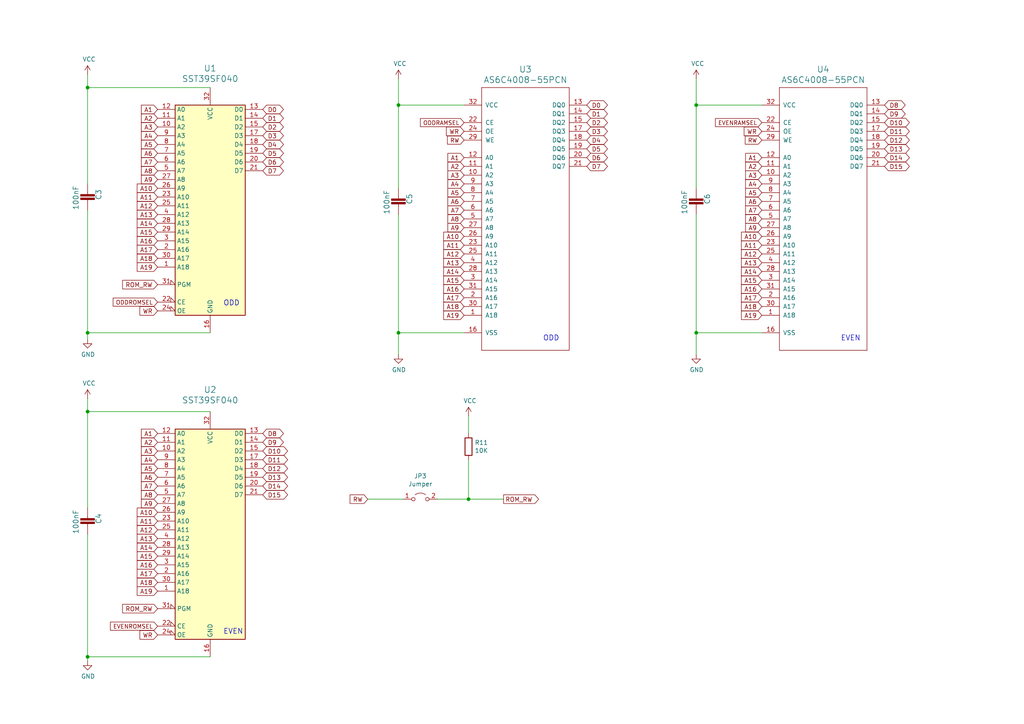
<source format=kicad_sch>
(kicad_sch (version 20231120) (generator "eeschema") (generator_version "8.0")
  (paper "A4")
  (title_block (title "ROSCO_M68K CLASSIC MC68030 EDITION") (date "2024-03-17") (rev "2.10") (company "The Really Old-School Company Limited") (comment 1 "OSHWA UK000006 (https://certification.oshwa.org/uk000006.html)") (comment 2 "See https://github.com/roscopeco/rosco_m68k/blob/master/LICENCE.hardware.txt") (comment 3 "Open Source Hardware licenced under CERN Open Hardware Licence") (comment 4 "Copyright 2019-2024 Ross Bamford and Contributors"))
  (lib_symbols
    (symbol "Device:R" (pin_numbers hide) (pin_names (offset 0))
      (property "Reference" "R" (at 2.032 0 90))
      (property "Value" "R" (at 0 0 90))
      (symbol "R_0_1"
        (rectangle (start -1.016 -2.54) (end 1.016 2.54) (stroke (width 0.254)))
      )
      (symbol "R_1_1"
        (pin passive line (at 0 3.81 270) (length 1.27) (name "~") (number "1"))
        (pin passive line (at 0 -3.81 90) (length 1.27) (name "~") (number "2"))
      )
    )
    (symbol "Jumper:Jumper_2_Open" (pin_names (offset 0) hide)
      (property "Reference" "JP" (at 0 2.794 0))
      (property "Value" "Jumper_2_Open" (at 0 -2.286 0))
      (symbol "Jumper_2_Open_0_0"
        (circle (center -2.032 0) (radius 0.508))
        (circle (center 2.032 0) (radius 0.508))
      )
      (symbol "Jumper_2_Open_0_1"
        (arc (start 1.524 1.27) (mid 0 1.778) (end -1.524 1.27))
      )
      (symbol "Jumper_2_Open_1_1"
        (pin passive line (at -5.08 0 0) (length 2.54) (name "A") (number "1"))
        (pin passive line (at 5.08 0 180) (length 2.54) (name "B") (number "2"))
      )
    )
    (symbol "Memory_Flash:SST39SF040"
      (property "Reference" "U" (at 2.54 33.02 0))
      (property "Value" "SST39SF040" (at 0 -30.48 0))
      (symbol "SST39SF040_0_0"
        (pin power_in line (at 0 -34.29 90) (length 5.08) (name "GND") (number "16"))
        (pin power_in line (at 0 36.83 270) (length 5.08) (name "VCC") (number "32"))
      )
      (symbol "SST39SF040_0_1"
        (rectangle (start -10.16 31.75) (end 10.16 -29.21) (stroke (width 0.254)) (fill (type background)))
      )
      (symbol "SST39SF040_1_1"
        (pin input line (at -15.24 -15.24 0) (length 5.08) (name "A18") (number "1"))
        (pin input line (at -15.24 25.4 0) (length 5.08) (name "A2") (number "10"))
        (pin input line (at -15.24 27.94 0) (length 5.08) (name "A1") (number "11"))
        (pin input line (at -15.24 30.48 0) (length 5.08) (name "A0") (number "12"))
        (pin tri_state line (at 15.24 30.48 180) (length 5.08) (name "D0") (number "13"))
        (pin tri_state line (at 15.24 27.94 180) (length 5.08) (name "D1") (number "14"))
        (pin tri_state line (at 15.24 25.4 180) (length 5.08) (name "D2") (number "15"))
        (pin tri_state line (at 15.24 22.86 180) (length 5.08) (name "D3") (number "17"))
        (pin tri_state line (at 15.24 20.32 180) (length 5.08) (name "D4") (number "18"))
        (pin tri_state line (at 15.24 17.78 180) (length 5.08) (name "D5") (number "19"))
        (pin input line (at -15.24 -10.16 0) (length 5.08) (name "A16") (number "2"))
        (pin tri_state line (at 15.24 15.24 180) (length 5.08) (name "D6") (number "20"))
        (pin tri_state line (at 15.24 12.7 180) (length 5.08) (name "D7") (number "21"))
        (pin input input_low (at -15.24 -25.4 0) (length 5.08) (name "CE") (number "22"))
        (pin input line (at -15.24 5.08 0) (length 5.08) (name "A10") (number "23"))
        (pin input input_low (at -15.24 -27.94 0) (length 5.08) (name "OE") (number "24"))
        (pin input line (at -15.24 2.54 0) (length 5.08) (name "A11") (number "25"))
        (pin input line (at -15.24 7.62 0) (length 5.08) (name "A9") (number "26"))
        (pin input line (at -15.24 10.16 0) (length 5.08) (name "A8") (number "27"))
        (pin input line (at -15.24 -2.54 0) (length 5.08) (name "A13") (number "28"))
        (pin input line (at -15.24 -5.08 0) (length 5.08) (name "A14") (number "29"))
        (pin input line (at -15.24 -7.62 0) (length 5.08) (name "A15") (number "3"))
        (pin input line (at -15.24 -12.7 0) (length 5.08) (name "A17") (number "30"))
        (pin input input_low (at -15.24 -20.32 0) (length 5.08) (name "PGM") (number "31"))
        (pin input line (at -15.24 0 0) (length 5.08) (name "A12") (number "4"))
        (pin input line (at -15.24 12.7 0) (length 5.08) (name "A7") (number "5"))
        (pin input line (at -15.24 15.24 0) (length 5.08) (name "A6") (number "6"))
        (pin input line (at -15.24 17.78 0) (length 5.08) (name "A5") (number "7"))
        (pin input line (at -15.24 20.32 0) (length 5.08) (name "A4") (number "8"))
        (pin input line (at -15.24 22.86 0) (length 5.08) (name "A3") (number "9"))
      )
    )
    (symbol "power:GND" (power) (pin_names (offset 0))
      (property "Value" "GND" (at 0 -3.81 0))
      (symbol "GND_0_1"
        (polyline (pts (xy 0 0) (xy 0 -1.27) (xy 1.27 -1.27) (xy 0 -2.54) (xy -1.27 -1.27) (xy 0 -1.27)))
      )
      (symbol "GND_1_1"
        (pin power_in line (at 0 0 270) (length 0) hide (name "GND") (number "1"))
      )
    )
    (symbol "power:VCC" (power) (pin_names (offset 0))
      (property "Value" "VCC" (at 0 3.81 0))
      (symbol "VCC_0_1"
        (polyline (pts (xy -0.762 1.27) (xy 0 2.54)))
        (polyline (pts (xy 0 0) (xy 0 2.54)))
        (polyline (pts (xy 0 2.54) (xy 0.762 1.27)))
      )
      (symbol "VCC_1_1"
        (pin power_in line (at 0 0 90) (length 0) hide (name "VCC") (number "1"))
      )
    )
    (symbol "rosco_m68k-eagle-import:AS6C4008-55PCN" (pin_names (offset 1.016))
      (property "Reference" "U" (at -4.7244 37.8714 0))
      (property "Value" "AS6C4008-55PCN" (at -7.3914 -43.688 0))
      (symbol "AS6C4008-55PCN_1_0"
        (polyline (pts (xy -12.7 -40.64) (xy 12.7 -40.64)))
        (polyline (pts (xy -12.7 35.56) (xy -12.7 -40.64)))
        (polyline (pts (xy 12.7 -40.64) (xy 12.7 35.56)))
        (polyline (pts (xy 12.7 35.56) (xy -12.7 35.56)))
        (pin input line (at -17.78 -30.48 0) (length 5.08) (name "A18") (number "1"))
        (pin input line (at -17.78 10.16 0) (length 5.08) (name "A2") (number "10"))
        (pin input line (at -17.78 12.7 0) (length 5.08) (name "A1") (number "11"))
        (pin input line (at -17.78 15.24 0) (length 5.08) (name "A0") (number "12"))
        (pin bidirectional line (at 17.78 30.48 180) (length 5.08) (name "DQ0") (number "13"))
        (pin bidirectional line (at 17.78 27.94 180) (length 5.08) (name "DQ1") (number "14"))
        (pin bidirectional line (at 17.78 25.4 180) (length 5.08) (name "DQ2") (number "15"))
        (pin power_in line (at -17.78 -35.56 0) (length 5.08) (name "VSS") (number "16"))
        (pin bidirectional line (at 17.78 22.86 180) (length 5.08) (name "DQ3") (number "17"))
        (pin bidirectional line (at 17.78 20.32 180) (length 5.08) (name "DQ4") (number "18"))
        (pin bidirectional line (at 17.78 17.78 180) (length 5.08) (name "DQ5") (number "19"))
        (pin input line (at -17.78 -25.4 0) (length 5.08) (name "A16") (number "2"))
        (pin bidirectional line (at 17.78 15.24 180) (length 5.08) (name "DQ6") (number "20"))
        (pin bidirectional line (at 17.78 12.7 180) (length 5.08) (name "DQ7") (number "21"))
        (pin input line (at -17.78 25.4 0) (length 5.08) (name "CE") (number "22"))
        (pin input line (at -17.78 -10.16 0) (length 5.08) (name "A10") (number "23"))
        (pin input line (at -17.78 22.86 0) (length 5.08) (name "OE") (number "24"))
        (pin input line (at -17.78 -12.7 0) (length 5.08) (name "A11") (number "25"))
        (pin input line (at -17.78 -7.62 0) (length 5.08) (name "A9") (number "26"))
        (pin input line (at -17.78 -5.08 0) (length 5.08) (name "A8") (number "27"))
        (pin input line (at -17.78 -17.78 0) (length 5.08) (name "A13") (number "28"))
        (pin input line (at -17.78 20.32 0) (length 5.08) (name "WE") (number "29"))
        (pin input line (at -17.78 -20.32 0) (length 5.08) (name "A14") (number "3"))
        (pin input line (at -17.78 -27.94 0) (length 5.08) (name "A17") (number "30"))
        (pin input line (at -17.78 -22.86 0) (length 5.08) (name "A15") (number "31"))
        (pin power_in line (at -17.78 30.48 0) (length 5.08) (name "VCC") (number "32"))
        (pin input line (at -17.78 -15.24 0) (length 5.08) (name "A12") (number "4"))
        (pin input line (at -17.78 -2.54 0) (length 5.08) (name "A7") (number "5"))
        (pin input line (at -17.78 0 0) (length 5.08) (name "A6") (number "6"))
        (pin input line (at -17.78 2.54 0) (length 5.08) (name "A5") (number "7"))
        (pin input line (at -17.78 5.08 0) (length 5.08) (name "A4") (number "8"))
        (pin input line (at -17.78 7.62 0) (length 5.08) (name "A3") (number "9"))
      )
    )
    (symbol "rosco_m68k-eagle-import:C2,5-3" (pin_names (offset 1.016))
      (property "Reference" "C" (at 1.524 0.381 0))
      (property "Value" "C2,5-3" (at 1.524 -4.699 0))
      (symbol "C2,5-3_1_0"
        (rectangle (start -2.032 -2.032) (end 2.032 -1.524) (fill (type outline)))
        (rectangle (start -2.032 -1.016) (end 2.032 -0.508) (fill (type outline)))
        (polyline (pts (xy 0 -2.54) (xy 0 -2.032)))
        (polyline (pts (xy 0 0) (xy 0 -0.508)))
        (pin passive line (at 0 2.54 270) (length 2.54) (name "1") (number "1"))
        (pin passive line (at 0 -5.08 90) (length 2.54) (name "2") (number "2"))
      )
    )
  )
  (junction (at 115.57 30.48))
  (junction (at 201.93 30.48))
  (junction (at 25.4 119.38))
  (junction (at 25.4 190.5))
  (junction (at 25.4 96.52))
  (junction (at 115.57 96.52))
  (junction (at 135.89 144.78))
  (junction (at 201.93 96.52))
  (junction (at 25.4 25.4))
  (wire (pts (xy 220.98 96.52) (xy 201.93 96.52)))
  (wire (pts (xy 25.4 25.4) (xy 60.96 25.4)))
  (wire (pts (xy 60.96 96.52) (xy 25.4 96.52)))
  (wire (pts (xy 135.89 144.78) (xy 146.05 144.78)))
  (wire (pts (xy 60.96 190.5) (xy 25.4 190.5)))
  (wire (pts (xy 25.4 154.94) (xy 25.4 190.5)))
  (wire (pts (xy 115.57 22.86) (xy 115.57 30.48)))
  (wire (pts (xy 135.89 120.65) (xy 135.89 125.73)))
  (wire (pts (xy 25.4 25.4) (xy 25.4 53.34)))
  (wire (pts (xy 115.57 30.48) (xy 115.57 54.61)))
  (wire (pts (xy 201.93 22.86) (xy 201.93 30.48)))
  (wire (pts (xy 25.4 119.38) (xy 25.4 147.32)))
  (wire (pts (xy 115.57 62.23) (xy 115.57 96.52)))
  (wire (pts (xy 134.62 96.52) (xy 115.57 96.52)))
  (wire (pts (xy 127 144.78) (xy 135.89 144.78)))
  (wire (pts (xy 25.4 96.52) (xy 25.4 98.425)))
  (wire (pts (xy 25.4 190.5) (xy 25.4 191.77)))
  (wire (pts (xy 134.62 30.48) (xy 115.57 30.48)))
  (wire (pts (xy 201.93 30.48) (xy 201.93 54.61)))
  (wire (pts (xy 25.4 60.96) (xy 25.4 96.52)))
  (wire (pts (xy 135.89 133.35) (xy 135.89 144.78)))
  (wire (pts (xy 201.93 62.23) (xy 201.93 96.52)))
  (wire (pts (xy 106.68 144.78) (xy 116.84 144.78)))
  (wire (pts (xy 25.4 119.38) (xy 60.96 119.38)))
  (wire (pts (xy 25.4 115.57) (xy 25.4 119.38)))
  (wire (pts (xy 220.98 30.48) (xy 201.93 30.48)))
  (wire (pts (xy 201.93 96.52) (xy 201.93 102.87)))
  (wire (pts (xy 25.4 21.59) (xy 25.4 25.4)))
  (wire (pts (xy 115.57 96.52) (xy 115.57 102.87)))
  (text "EVEN" (at 64.77 184.15 0) (effects (font (size 1.4986 1.4986)) (justify left bottom)))
  (text "ODD" (at 64.77 88.9 0) (effects (font (size 1.4986 1.4986)) (justify left bottom)))
  (text "EVEN" (at 243.84 99.06 0) (effects (font (size 1.4986 1.4986)) (justify left bottom)))
  (text "ODD" (at 157.48 99.06 0) (effects (font (size 1.4986 1.4986)) (justify left bottom)))
  (global_label "A5" (shape input) (at 220.98 55.88 180) (property "Intersheetrefs" "${INTERSHEET_REFS}" (effects (hide yes))))
  (global_label "D15" (shape bidirectional) (at 256.54 48.26 0) (property "Intersheetrefs" "${INTERSHEET_REFS}" (effects (hide yes))))
  (global_label "A18" (shape input) (at 45.72 168.91 180) (property "Intersheetrefs" "${INTERSHEET_REFS}" (effects (hide yes))))
  (global_label "A3" (shape input) (at 220.98 50.8 180) (property "Intersheetrefs" "${INTERSHEET_REFS}" (effects (hide yes))))
  (global_label "A15" (shape input) (at 220.98 81.28 180) (property "Intersheetrefs" "${INTERSHEET_REFS}" (effects (hide yes))))
  (global_label "A1" (shape input) (at 45.72 31.75 180) (property "Intersheetrefs" "${INTERSHEET_REFS}" (effects (hide yes))))
  (global_label "D15" (shape bidirectional) (at 76.2 143.51 0) (property "Intersheetrefs" "${INTERSHEET_REFS}" (effects (hide yes))))
  (global_label "A18" (shape input) (at 45.72 74.93 180) (property "Intersheetrefs" "${INTERSHEET_REFS}" (effects (hide yes))))
  (global_label "D14" (shape bidirectional) (at 256.54 45.72 0) (property "Intersheetrefs" "${INTERSHEET_REFS}" (effects (hide yes))))
  (global_label "A17" (shape input) (at 220.98 86.36 180) (property "Intersheetrefs" "${INTERSHEET_REFS}" (effects (hide yes))))
  (global_label "A19" (shape input) (at 220.98 91.44 180) (property "Intersheetrefs" "${INTERSHEET_REFS}" (effects (hide yes))))
  (global_label "A8" (shape input) (at 45.72 49.53 180) (property "Intersheetrefs" "${INTERSHEET_REFS}" (effects (hide yes))))
  (global_label "A6" (shape input) (at 45.72 138.43 180) (property "Intersheetrefs" "${INTERSHEET_REFS}" (effects (hide yes))))
  (global_label "D8" (shape bidirectional) (at 256.54 30.48 0) (property "Intersheetrefs" "${INTERSHEET_REFS}" (effects (hide yes))))
  (global_label "A4" (shape input) (at 45.72 133.35 180) (property "Intersheetrefs" "${INTERSHEET_REFS}" (effects (hide yes))))
  (global_label "D2" (shape bidirectional) (at 76.2 36.83 0) (property "Intersheetrefs" "${INTERSHEET_REFS}" (effects (hide yes))))
  (global_label "ROM_RW" (shape input) (at 45.72 82.55 180) (property "Intersheetrefs" "${INTERSHEET_REFS}" (effects (hide yes))))
  (global_label "A19" (shape input) (at 45.72 171.45 180) (property "Intersheetrefs" "${INTERSHEET_REFS}" (effects (hide yes))))
  (global_label "EVENROMSEL" (shape input) (at 45.72 181.61 180) (effects (font (size 1.1938 1.1938))) (property "Intersheetrefs" "${INTERSHEET_REFS}" (effects (hide yes))))
  (global_label "D2" (shape bidirectional) (at 170.18 35.56 0) (property "Intersheetrefs" "${INTERSHEET_REFS}" (effects (hide yes))))
  (global_label "A2" (shape input) (at 45.72 128.27 180) (property "Intersheetrefs" "${INTERSHEET_REFS}" (effects (hide yes))))
  (global_label "A11" (shape input) (at 220.98 71.12 180) (property "Intersheetrefs" "${INTERSHEET_REFS}" (effects (hide yes))))
  (global_label "ODDROMSEL" (shape input) (at 45.72 87.63 180) (effects (font (size 1.1938 1.1938))) (property "Intersheetrefs" "${INTERSHEET_REFS}" (effects (hide yes))))
  (global_label "A14" (shape input) (at 134.62 78.74 180) (property "Intersheetrefs" "${INTERSHEET_REFS}" (effects (hide yes))))
  (global_label "A13" (shape input) (at 45.72 156.21 180) (property "Intersheetrefs" "${INTERSHEET_REFS}" (effects (hide yes))))
  (global_label "D4" (shape bidirectional) (at 170.18 40.64 0) (property "Intersheetrefs" "${INTERSHEET_REFS}" (effects (hide yes))))
  (global_label "D9" (shape bidirectional) (at 256.54 33.02 0) (property "Intersheetrefs" "${INTERSHEET_REFS}" (effects (hide yes))))
  (global_label "RW" (shape input) (at 106.68 144.78 180) (property "Intersheetrefs" "${INTERSHEET_REFS}" (effects (hide yes))))
  (global_label "A12" (shape input) (at 220.98 73.66 180) (property "Intersheetrefs" "${INTERSHEET_REFS}" (effects (hide yes))))
  (global_label "D5" (shape bidirectional) (at 76.2 44.45 0) (property "Intersheetrefs" "${INTERSHEET_REFS}" (effects (hide yes))))
  (global_label "D0" (shape bidirectional) (at 170.18 30.48 0) (property "Intersheetrefs" "${INTERSHEET_REFS}" (effects (hide yes))))
  (global_label "A14" (shape input) (at 220.98 78.74 180) (property "Intersheetrefs" "${INTERSHEET_REFS}" (effects (hide yes))))
  (global_label "A5" (shape input) (at 134.62 55.88 180) (property "Intersheetrefs" "${INTERSHEET_REFS}" (effects (hide yes))))
  (global_label "ODDRAMSEL" (shape input) (at 134.62 35.56 180) (effects (font (size 1.1938 1.1938))) (property "Intersheetrefs" "${INTERSHEET_REFS}" (effects (hide yes))))
  (global_label "A17" (shape input) (at 45.72 72.39 180) (property "Intersheetrefs" "${INTERSHEET_REFS}" (effects (hide yes))))
  (global_label "D12" (shape bidirectional) (at 76.2 135.89 0) (property "Intersheetrefs" "${INTERSHEET_REFS}" (effects (hide yes))))
  (global_label "A15" (shape input) (at 45.72 161.29 180) (property "Intersheetrefs" "${INTERSHEET_REFS}" (effects (hide yes))))
  (global_label "D11" (shape bidirectional) (at 256.54 38.1 0) (property "Intersheetrefs" "${INTERSHEET_REFS}" (effects (hide yes))))
  (global_label "D3" (shape bidirectional) (at 170.18 38.1 0) (property "Intersheetrefs" "${INTERSHEET_REFS}" (effects (hide yes))))
  (global_label "A7" (shape input) (at 45.72 140.97 180) (property "Intersheetrefs" "${INTERSHEET_REFS}" (effects (hide yes))))
  (global_label "A1" (shape input) (at 220.98 45.72 180) (property "Intersheetrefs" "${INTERSHEET_REFS}" (effects (hide yes))))
  (global_label "A2" (shape input) (at 134.62 48.26 180) (property "Intersheetrefs" "${INTERSHEET_REFS}" (effects (hide yes))))
  (global_label "A18" (shape input) (at 220.98 88.9 180) (property "Intersheetrefs" "${INTERSHEET_REFS}" (effects (hide yes))))
  (global_label "A14" (shape input) (at 45.72 64.77 180) (property "Intersheetrefs" "${INTERSHEET_REFS}" (effects (hide yes))))
  (global_label "A2" (shape input) (at 45.72 34.29 180) (property "Intersheetrefs" "${INTERSHEET_REFS}" (effects (hide yes))))
  (global_label "A15" (shape input) (at 45.72 67.31 180) (property "Intersheetrefs" "${INTERSHEET_REFS}" (effects (hide yes))))
  (global_label "RW" (shape input) (at 220.98 40.64 180) (effects (font (size 1.1938 1.1938))) (property "Intersheetrefs" "${INTERSHEET_REFS}" (effects (hide yes))))
  (global_label "A6" (shape input) (at 220.98 58.42 180) (property "Intersheetrefs" "${INTERSHEET_REFS}" (effects (hide yes))))
  (global_label "A6" (shape input) (at 134.62 58.42 180) (property "Intersheetrefs" "${INTERSHEET_REFS}" (effects (hide yes))))
  (global_label "A13" (shape input) (at 45.72 62.23 180) (property "Intersheetrefs" "${INTERSHEET_REFS}" (effects (hide yes))))
  (global_label "A4" (shape input) (at 220.98 53.34 180) (property "Intersheetrefs" "${INTERSHEET_REFS}" (effects (hide yes))))
  (global_label "A10" (shape input) (at 45.72 54.61 180) (property "Intersheetrefs" "${INTERSHEET_REFS}" (effects (hide yes))))
  (global_label "A2" (shape input) (at 220.98 48.26 180) (property "Intersheetrefs" "${INTERSHEET_REFS}" (effects (hide yes))))
  (global_label "A14" (shape input) (at 45.72 158.75 180) (property "Intersheetrefs" "${INTERSHEET_REFS}" (effects (hide yes))))
  (global_label "A1" (shape input) (at 134.62 45.72 180) (property "Intersheetrefs" "${INTERSHEET_REFS}" (effects (hide yes))))
  (global_label "D3" (shape bidirectional) (at 76.2 39.37 0) (property "Intersheetrefs" "${INTERSHEET_REFS}" (effects (hide yes))))
  (global_label "ROM_RW" (shape input) (at 45.72 176.53 180) (property "Intersheetrefs" "${INTERSHEET_REFS}" (effects (hide yes))))
  (global_label "A19" (shape input) (at 45.72 77.47 180) (property "Intersheetrefs" "${INTERSHEET_REFS}" (effects (hide yes))))
  (global_label "D9" (shape bidirectional) (at 76.2 128.27 0) (property "Intersheetrefs" "${INTERSHEET_REFS}" (effects (hide yes))))
  (global_label "A17" (shape input) (at 45.72 166.37 180) (property "Intersheetrefs" "${INTERSHEET_REFS}" (effects (hide yes))))
  (global_label "D11" (shape bidirectional) (at 76.2 133.35 0) (property "Intersheetrefs" "${INTERSHEET_REFS}" (effects (hide yes))))
  (global_label "A11" (shape input) (at 45.72 151.13 180) (property "Intersheetrefs" "${INTERSHEET_REFS}" (effects (hide yes))))
  (global_label "A11" (shape input) (at 134.62 71.12 180) (property "Intersheetrefs" "${INTERSHEET_REFS}" (effects (hide yes))))
  (global_label "A7" (shape input) (at 45.72 46.99 180) (property "Intersheetrefs" "${INTERSHEET_REFS}" (effects (hide yes))))
  (global_label "A5" (shape input) (at 45.72 135.89 180) (property "Intersheetrefs" "${INTERSHEET_REFS}" (effects (hide yes))))
  (global_label "A7" (shape input) (at 134.62 60.96 180) (property "Intersheetrefs" "${INTERSHEET_REFS}" (effects (hide yes))))
  (global_label "D5" (shape bidirectional) (at 170.18 43.18 0) (property "Intersheetrefs" "${INTERSHEET_REFS}" (effects (hide yes))))
  (global_label "WR" (shape input) (at 134.62 38.1 180) (property "Intersheetrefs" "${INTERSHEET_REFS}" (effects (hide yes))))
  (global_label "D6" (shape bidirectional) (at 76.2 46.99 0) (property "Intersheetrefs" "${INTERSHEET_REFS}" (effects (hide yes))))
  (global_label "D1" (shape bidirectional) (at 76.2 34.29 0) (property "Intersheetrefs" "${INTERSHEET_REFS}" (effects (hide yes))))
  (global_label "A9" (shape input) (at 134.62 66.04 180) (property "Intersheetrefs" "${INTERSHEET_REFS}" (effects (hide yes))))
  (global_label "A16" (shape input) (at 45.72 69.85 180) (property "Intersheetrefs" "${INTERSHEET_REFS}" (effects (hide yes))))
  (global_label "A16" (shape input) (at 45.72 163.83 180) (property "Intersheetrefs" "${INTERSHEET_REFS}" (effects (hide yes))))
  (global_label "A9" (shape input) (at 45.72 52.07 180) (property "Intersheetrefs" "${INTERSHEET_REFS}" (effects (hide yes))))
  (global_label "D4" (shape bidirectional) (at 76.2 41.91 0) (property "Intersheetrefs" "${INTERSHEET_REFS}" (effects (hide yes))))
  (global_label "A9" (shape input) (at 220.98 66.04 180) (property "Intersheetrefs" "${INTERSHEET_REFS}" (effects (hide yes))))
  (global_label "A19" (shape input) (at 134.62 91.44 180) (property "Intersheetrefs" "${INTERSHEET_REFS}" (effects (hide yes))))
  (global_label "A10" (shape input) (at 134.62 68.58 180) (property "Intersheetrefs" "${INTERSHEET_REFS}" (effects (hide yes))))
  (global_label "A12" (shape input) (at 45.72 59.69 180) (property "Intersheetrefs" "${INTERSHEET_REFS}" (effects (hide yes))))
  (global_label "A10" (shape input) (at 220.98 68.58 180) (property "Intersheetrefs" "${INTERSHEET_REFS}" (effects (hide yes))))
  (global_label "A18" (shape input) (at 134.62 88.9 180) (property "Intersheetrefs" "${INTERSHEET_REFS}" (effects (hide yes))))
  (global_label "EVENRAMSEL" (shape input) (at 220.98 35.56 180) (effects (font (size 1.1938 1.1938))) (property "Intersheetrefs" "${INTERSHEET_REFS}" (effects (hide yes))))
  (global_label "A3" (shape input) (at 134.62 50.8 180) (property "Intersheetrefs" "${INTERSHEET_REFS}" (effects (hide yes))))
  (global_label "D8" (shape bidirectional) (at 76.2 125.73 0) (property "Intersheetrefs" "${INTERSHEET_REFS}" (effects (hide yes))))
  (global_label "A1" (shape input) (at 45.72 125.73 180) (property "Intersheetrefs" "${INTERSHEET_REFS}" (effects (hide yes))))
  (global_label "A6" (shape input) (at 45.72 44.45 180) (property "Intersheetrefs" "${INTERSHEET_REFS}" (effects (hide yes))))
  (global_label "WR" (shape input) (at 220.98 38.1 180) (property "Intersheetrefs" "${INTERSHEET_REFS}" (effects (hide yes))))
  (global_label "WR" (shape input) (at 45.72 90.17 180) (property "Intersheetrefs" "${INTERSHEET_REFS}" (effects (hide yes))))
  (global_label "D7" (shape bidirectional) (at 170.18 48.26 0) (property "Intersheetrefs" "${INTERSHEET_REFS}" (effects (hide yes))))
  (global_label "A12" (shape input) (at 134.62 73.66 180) (property "Intersheetrefs" "${INTERSHEET_REFS}" (effects (hide yes))))
  (global_label "A4" (shape input) (at 134.62 53.34 180) (property "Intersheetrefs" "${INTERSHEET_REFS}" (effects (hide yes))))
  (global_label "D12" (shape bidirectional) (at 256.54 40.64 0) (property "Intersheetrefs" "${INTERSHEET_REFS}" (effects (hide yes))))
  (global_label "A3" (shape input) (at 45.72 36.83 180) (property "Intersheetrefs" "${INTERSHEET_REFS}" (effects (hide yes))))
  (global_label "A7" (shape input) (at 220.98 60.96 180) (property "Intersheetrefs" "${INTERSHEET_REFS}" (effects (hide yes))))
  (global_label "A13" (shape input) (at 134.62 76.2 180) (property "Intersheetrefs" "${INTERSHEET_REFS}" (effects (hide yes))))
  (global_label "A8" (shape input) (at 45.72 143.51 180) (property "Intersheetrefs" "${INTERSHEET_REFS}" (effects (hide yes))))
  (global_label "A8" (shape input) (at 134.62 63.5 180) (property "Intersheetrefs" "${INTERSHEET_REFS}" (effects (hide yes))))
  (global_label "A13" (shape input) (at 220.98 76.2 180) (property "Intersheetrefs" "${INTERSHEET_REFS}" (effects (hide yes))))
  (global_label "D0" (shape bidirectional) (at 76.2 31.75 0) (property "Intersheetrefs" "${INTERSHEET_REFS}" (effects (hide yes))))
  (global_label "A17" (shape input) (at 134.62 86.36 180) (property "Intersheetrefs" "${INTERSHEET_REFS}" (effects (hide yes))))
  (global_label "A9" (shape input) (at 45.72 146.05 180) (property "Intersheetrefs" "${INTERSHEET_REFS}" (effects (hide yes))))
  (global_label "D13" (shape bidirectional) (at 256.54 43.18 0) (property "Intersheetrefs" "${INTERSHEET_REFS}" (effects (hide yes))))
  (global_label "D14" (shape bidirectional) (at 76.2 140.97 0) (property "Intersheetrefs" "${INTERSHEET_REFS}" (effects (hide yes))))
  (global_label "D1" (shape bidirectional) (at 170.18 33.02 0) (property "Intersheetrefs" "${INTERSHEET_REFS}" (effects (hide yes))))
  (global_label "A16" (shape input) (at 220.98 83.82 180) (property "Intersheetrefs" "${INTERSHEET_REFS}" (effects (hide yes))))
  (global_label "A4" (shape input) (at 45.72 39.37 180) (property "Intersheetrefs" "${INTERSHEET_REFS}" (effects (hide yes))))
  (global_label "A11" (shape input) (at 45.72 57.15 180) (property "Intersheetrefs" "${INTERSHEET_REFS}" (effects (hide yes))))
  (global_label "RW" (shape input) (at 134.62 40.64 180) (effects (font (size 1.1938 1.1938))) (property "Intersheetrefs" "${INTERSHEET_REFS}" (effects (hide yes))))
  (global_label "A8" (shape input) (at 220.98 63.5 180) (property "Intersheetrefs" "${INTERSHEET_REFS}" (effects (hide yes))))
  (global_label "A15" (shape input) (at 134.62 81.28 180) (property "Intersheetrefs" "${INTERSHEET_REFS}" (effects (hide yes))))
  (global_label "D10" (shape bidirectional) (at 256.54 35.56 0) (property "Intersheetrefs" "${INTERSHEET_REFS}" (effects (hide yes))))
  (global_label "ROM_RW" (shape output) (at 146.05 144.78 0) (property "Intersheetrefs" "${INTERSHEET_REFS}" (effects (hide yes))))
  (global_label "A3" (shape input) (at 45.72 130.81 180) (property "Intersheetrefs" "${INTERSHEET_REFS}" (effects (hide yes))))
  (global_label "D10" (shape bidirectional) (at 76.2 130.81 0) (property "Intersheetrefs" "${INTERSHEET_REFS}" (effects (hide yes))))
  (global_label "A12" (shape input) (at 45.72 153.67 180) (property "Intersheetrefs" "${INTERSHEET_REFS}" (effects (hide yes))))
  (global_label "A5" (shape input) (at 45.72 41.91 180) (property "Intersheetrefs" "${INTERSHEET_REFS}" (effects (hide yes))))
  (global_label "WR" (shape input) (at 45.72 184.15 180) (property "Intersheetrefs" "${INTERSHEET_REFS}" (effects (hide yes))))
  (global_label "A16" (shape input) (at 134.62 83.82 180) (property "Intersheetrefs" "${INTERSHEET_REFS}" (effects (hide yes))))
  (global_label "D13" (shape bidirectional) (at 76.2 138.43 0) (property "Intersheetrefs" "${INTERSHEET_REFS}" (effects (hide yes))))
  (global_label "A10" (shape input) (at 45.72 148.59 180) (property "Intersheetrefs" "${INTERSHEET_REFS}" (effects (hide yes))))
  (global_label "D6" (shape bidirectional) (at 170.18 45.72 0) (property "Intersheetrefs" "${INTERSHEET_REFS}" (effects (hide yes))))
  (global_label "D7" (shape bidirectional) (at 76.2 49.53 0) (property "Intersheetrefs" "${INTERSHEET_REFS}" (effects (hide yes))))
  (symbol (lib_id "power:VCC") (at 25.4 21.59 0) (unit 1)
    (property "Reference" "#PWR0103" (effects (hide yes)))
    (property "Value" "VCC" (at 25.8318 17.1958 0))
  )
  (symbol (lib_id "Memory_Flash:SST39SF040") (at 60.96 62.23 0) (unit 1)
    (property "Reference" "U1" (at 60.96 19.812 0) (effects (font (size 1.7526 1.7526))))
    (property "Value" "SST39SF040" (at 60.96 22.86 0) (effects (font (size 1.7526 1.7526))))
    (property "Footprint" "Package_DIP:DIP-32_W15.24mm_Socket_LongPads" (effects (hide yes)))
    (property "Datasheet" "http://ww1.microchip.com/downloads/en/DeviceDoc/25022B.pdf" (effects (hide yes)))
  )
  (symbol (lib_id "Memory_Flash:SST39SF040") (at 60.96 156.21 0) (unit 1)
    (property "Reference" "U2" (at 60.96 113.03 0) (effects (font (size 1.7526 1.7526))))
    (property "Value" "SST39SF040" (at 60.96 116.078 0) (effects (font (size 1.7526 1.7526))))
    (property "Footprint" "Package_DIP:DIP-32_W15.24mm_Socket_LongPads" (effects (hide yes)))
    (property "Datasheet" "http://ww1.microchip.com/downloads/en/DeviceDoc/25022B.pdf" (effects (hide yes)))
  )
  (symbol (lib_id "power:GND") (at 25.4 98.425 0) (unit 1)
    (property "Reference" "#PWR0104" (effects (hide yes)))
    (property "Value" "GND" (at 25.527 102.8192 0))
  )
  (symbol (lib_id "rosco_m68k-eagle-import:AS6C4008-55PCN") (at 152.4 60.96 0) (unit 1)
    (property "Reference" "U3" (at 152.4 20.1168 0) (effects (font (size 1.7526 1.7526))))
    (property "Value" "AS6C4008-55PCN" (at 152.4 23.1648 0) (effects (font (size 1.7526 1.7526))))
    (property "Footprint" "Package_DIP:DIP-32_W15.24mm_Socket_LongPads" (effects (hide yes)))
  )
  (symbol (lib_id "rosco_m68k-eagle-import:AS6C4008-55PCN") (at 238.76 60.96 0) (unit 1)
    (property "Reference" "U4" (at 238.76 20.1168 0) (effects (font (size 1.7526 1.7526))))
    (property "Value" "AS6C4008-55PCN" (at 238.76 23.1648 0) (effects (font (size 1.7526 1.7526))))
    (property "Footprint" "Package_DIP:DIP-32_W15.24mm_Socket_LongPads" (effects (hide yes)))
  )
  (symbol (lib_id "Jumper:Jumper_2_Open") (at 121.92 144.78 0) (unit 1)
    (property "Reference" "JP3" (at 121.92 138.0744 0))
    (property "Value" "Jumper" (at 121.92 140.3858 0))
    (property "Footprint" "rosco_m68k:1X02" (effects (hide yes)))
  )
  (symbol (lib_id "Device:R") (at 135.89 129.54 0) (unit 1)
    (property "Reference" "R11" (at 137.668 128.3716 0) (effects (justify left)))
    (property "Value" "10K" (at 137.668 130.683 0) (effects (justify left)))
    (property "Footprint" "rosco_m68k:0207_10" (effects (hide yes)))
  )
  (symbol (lib_id "power:VCC") (at 135.89 120.65 0) (unit 1)
    (property "Reference" "#PWR0114" (effects (hide yes)))
    (property "Value" "VCC" (at 136.3218 116.2558 0))
  )
  (symbol (lib_id "power:VCC") (at 25.4 115.57 0) (unit 1)
    (property "Reference" "#PWR0105" (effects (hide yes)))
    (property "Value" "VCC" (at 25.8318 111.1758 0))
  )
  (symbol (lib_id "rosco_m68k-eagle-import:C2,5-3") (at 25.4 149.86 0) (unit 1)
    (property "Reference" "C4" (at 29.464 152.019 90) (effects (font (size 1.4986 1.4986)) (justify left bottom)))
    (property "Value" "100nF" (at 22.86 154.94 90) (effects (font (size 1.4986 1.4986)) (justify left bottom)))
    (property "Footprint" "rosco_m68k:C2.5-3" (effects (hide yes)))
  )
  (symbol (lib_id "power:GND") (at 25.4 191.77 0) (unit 1)
    (property "Reference" "#PWR0106" (effects (hide yes)))
    (property "Value" "GND" (at 25.527 196.1642 0))
  )
  (symbol (lib_id "power:VCC") (at 115.57 22.86 0) (unit 1)
    (property "Reference" "#PWR0107" (effects (hide yes)))
    (property "Value" "VCC" (at 116.0018 18.4658 0))
  )
  (symbol (lib_id "rosco_m68k-eagle-import:C2,5-3") (at 115.57 57.15 0) (unit 1)
    (property "Reference" "C5" (at 119.634 59.309 90) (effects (font (size 1.4986 1.4986)) (justify left bottom)))
    (property "Value" "100nF" (at 113.03 62.23 90) (effects (font (size 1.4986 1.4986)) (justify left bottom)))
    (property "Footprint" "rosco_m68k:C2.5-3" (effects (hide yes)))
  )
  (symbol (lib_id "power:GND") (at 115.57 102.87 0) (unit 1)
    (property "Reference" "#PWR0110" (effects (hide yes)))
    (property "Value" "GND" (at 115.697 107.2642 0))
  )
  (symbol (lib_id "power:VCC") (at 201.93 22.86 0) (unit 1)
    (property "Reference" "#PWR0111" (effects (hide yes)))
    (property "Value" "VCC" (at 202.3618 18.4658 0))
  )
  (symbol (lib_id "rosco_m68k-eagle-import:C2,5-3") (at 201.93 57.15 0) (unit 1)
    (property "Reference" "C6" (at 205.994 59.309 90) (effects (font (size 1.4986 1.4986)) (justify left bottom)))
    (property "Value" "100nF" (at 199.39 62.23 90) (effects (font (size 1.4986 1.4986)) (justify left bottom)))
    (property "Footprint" "rosco_m68k:C2.5-3" (effects (hide yes)))
  )
  (symbol (lib_id "power:GND") (at 201.93 102.87 0) (unit 1)
    (property "Reference" "#PWR0112" (effects (hide yes)))
    (property "Value" "GND" (at 202.057 107.2642 0))
  )
  (symbol (lib_id "rosco_m68k-eagle-import:C2,5-3") (at 25.4 55.88 0) (unit 1)
    (property "Reference" "C3" (at 29.464 58.039 90) (effects (font (size 1.4986 1.4986)) (justify left bottom)))
    (property "Value" "100nF" (at 22.86 60.96 90) (effects (font (size 1.4986 1.4986)) (justify left bottom)))
    (property "Footprint" "rosco_m68k:C2.5-3" (effects (hide yes)))
  )
)
</source>
